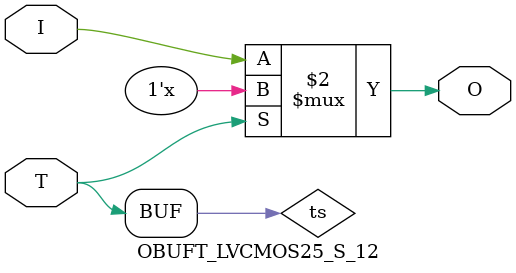
<source format=v>

/*

FUNCTION	: TRI-STATE OUTPUT BUFFER

*/

`celldefine
`timescale  100 ps / 10 ps

module OBUFT_LVCMOS25_S_12 (O, I, T);

    output O;

    input  I, T;

    or O1 (ts, 1'b0, T);
    bufif0 T1 (O, I, ts);

endmodule

</source>
